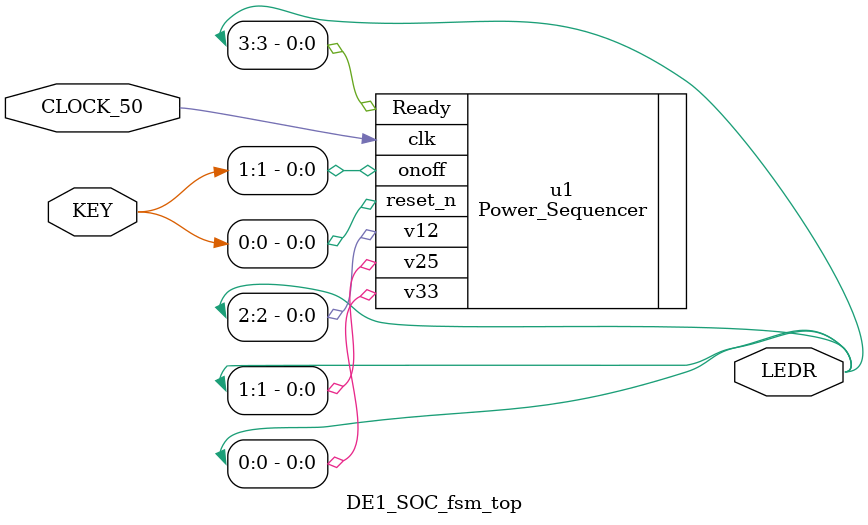
<source format=v>

module DE1_SOC_fsm_top(
      CLOCK_50,
      LEDR,
      KEY
);

//=======================================================
//  PORT declarations
//=======================================================
input                   CLOCK_50;
output         [3:0]    LEDR;
input          [3:0]    KEY;
//=======================================================
// Structural coding
//=======================================================

//reg [31:0] Counter;
//assign	LEDR = Counter[26:23];
//always@(posedge CLOCK_50 or negedge KEY[0])
//    begin
//        if(!KEY[0])
//            Counter <= 0;
//        else
//            Counter <= Counter + 1; 
//    end

//  LowPower_Sequencer u1 (
//                      .clk(CLOCK_50),
//                      .reset_n(KEY[0]),
//                      .onoff(KEY[1]),
//                      .lowpow(KEY[2]),
//                      .lowbat(KEY[3]),
//                      .v33(LEDR[0]),
//                      .v25(LEDR[1]),
//                      .v12(LEDR[2]),
//                      .Ready(LEDR[3])
//  );

Power_Sequencer u1 (
                   .clk(CLOCK_50),
                   .reset_n(KEY[0]),
                   .onoff(KEY[1]),
                   .v33(LEDR[0]),
                   .v25(LEDR[1]),
                   .v12(LEDR[2]),
                   .Ready(LEDR[3])
);

// mealy_mac u2
// (
// 	.clk(CLOCK_50), 
// 	.data_in(KEY[1]), 
// 	.reset(KEY[0]),
// 	.data_out(LEDR[5:4])
// );

endmodule

</source>
